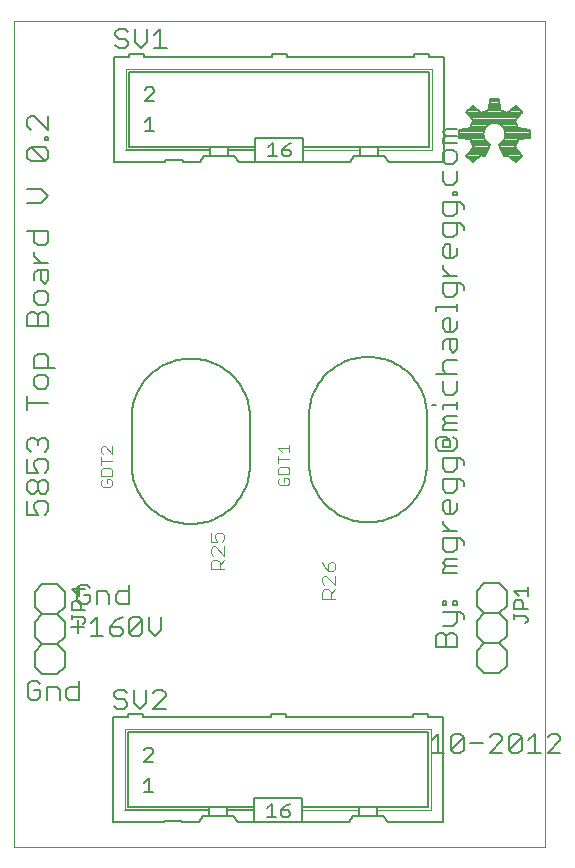
<source format=gto>
G75*
G70*
%OFA0B0*%
%FSLAX24Y24*%
%IPPOS*%
%LPD*%
%AMOC8*
5,1,8,0,0,1.08239X$1,22.5*
%
%ADD10C,0.0000*%
%ADD11C,0.0079*%
%ADD12C,0.0060*%
%ADD13C,0.0050*%
%ADD14C,0.0030*%
%ADD15C,0.0020*%
%ADD16C,0.0070*%
%ADD17C,0.0040*%
D10*
X000100Y000100D02*
X000100Y027659D01*
X017817Y027659D01*
X017817Y000100D01*
X000100Y000100D01*
D11*
X015396Y022949D02*
X015193Y023152D01*
X015435Y023449D01*
X015392Y023528D01*
X015357Y023611D01*
X015332Y023697D01*
X014951Y023736D01*
X014951Y024023D01*
X015332Y024062D01*
X015357Y024148D01*
X015392Y024231D01*
X015435Y024310D01*
X015193Y024607D01*
X015396Y024810D01*
X015693Y024568D01*
X015772Y024611D01*
X015855Y024646D01*
X015941Y024671D01*
X015980Y025052D01*
X016268Y025052D01*
X016306Y024671D01*
X016392Y024646D01*
X016475Y024611D01*
X016554Y024568D01*
X016851Y024810D01*
X017054Y024607D01*
X016812Y024310D01*
X016856Y024231D01*
X016890Y024148D01*
X016915Y024062D01*
X017296Y024023D01*
X017296Y023736D01*
X016915Y023697D01*
X016890Y023611D01*
X016856Y023528D01*
X016812Y023449D01*
X017054Y023152D01*
X016851Y022949D01*
X016554Y023191D01*
X016495Y023158D01*
X016434Y023129D01*
X016265Y023539D01*
X016329Y023573D01*
X016385Y023619D01*
X016431Y023674D01*
X016465Y023738D01*
X016486Y023808D01*
X016493Y023880D01*
X016486Y023952D01*
X016465Y024021D01*
X016431Y024085D01*
X016385Y024141D01*
X016329Y024186D01*
X016265Y024221D01*
X016196Y024242D01*
X016124Y024249D01*
X016052Y024242D01*
X015982Y024221D01*
X015919Y024186D01*
X015863Y024141D01*
X015817Y024085D01*
X015783Y024021D01*
X015762Y023952D01*
X015755Y023880D01*
X015762Y023808D01*
X015783Y023738D01*
X015817Y023674D01*
X015863Y023619D01*
X015919Y023573D01*
X015982Y023539D01*
X015813Y023129D01*
X015752Y023158D01*
X015693Y023191D01*
X015396Y022949D01*
X015382Y022963D02*
X015414Y022963D01*
X015509Y023040D02*
X015305Y023040D01*
X015228Y023118D02*
X015603Y023118D01*
X015354Y023349D02*
X015904Y023349D01*
X015872Y023272D02*
X015291Y023272D01*
X015228Y023195D02*
X015840Y023195D01*
X015936Y023427D02*
X015417Y023427D01*
X015405Y023504D02*
X015968Y023504D01*
X015908Y023581D02*
X015370Y023581D01*
X015344Y023658D02*
X015830Y023658D01*
X015784Y023736D02*
X014952Y023736D01*
X014951Y023813D02*
X015761Y023813D01*
X015756Y023890D02*
X014951Y023890D01*
X014951Y023967D02*
X015766Y023967D01*
X015795Y024045D02*
X015159Y024045D01*
X015350Y024122D02*
X015847Y024122D01*
X015942Y024199D02*
X015378Y024199D01*
X015417Y024276D02*
X016831Y024276D01*
X016848Y024353D02*
X015399Y024353D01*
X015336Y024431D02*
X016911Y024431D01*
X016974Y024508D02*
X015273Y024508D01*
X015210Y024585D02*
X015672Y024585D01*
X015724Y024585D02*
X016523Y024585D01*
X016575Y024585D02*
X017037Y024585D01*
X016999Y024662D02*
X016670Y024662D01*
X016764Y024740D02*
X016921Y024740D01*
X016869Y024199D02*
X016305Y024199D01*
X016400Y024122D02*
X016898Y024122D01*
X017089Y024045D02*
X016452Y024045D01*
X016481Y023967D02*
X017296Y023967D01*
X017296Y023890D02*
X016492Y023890D01*
X016486Y023813D02*
X017296Y023813D01*
X017296Y023736D02*
X016463Y023736D01*
X016417Y023658D02*
X016904Y023658D01*
X016878Y023581D02*
X016339Y023581D01*
X016279Y023504D02*
X016842Y023504D01*
X016831Y023427D02*
X016311Y023427D01*
X016343Y023349D02*
X016894Y023349D01*
X016957Y023272D02*
X016375Y023272D01*
X016407Y023195D02*
X017020Y023195D01*
X017020Y023118D02*
X016644Y023118D01*
X016738Y023040D02*
X016942Y023040D01*
X016865Y022963D02*
X016833Y022963D01*
X016335Y024662D02*
X015912Y024662D01*
X015948Y024740D02*
X016299Y024740D01*
X016291Y024817D02*
X015956Y024817D01*
X015964Y024894D02*
X016284Y024894D01*
X016276Y024971D02*
X015972Y024971D01*
X015979Y025049D02*
X016268Y025049D01*
X015578Y024662D02*
X015249Y024662D01*
X015326Y024740D02*
X015483Y024740D01*
D12*
X014873Y024046D02*
X014523Y024046D01*
X014406Y023929D01*
X014523Y023812D01*
X014873Y023812D01*
X014873Y023579D02*
X014406Y023579D01*
X014406Y023695D01*
X014523Y023812D01*
X014523Y023346D02*
X014406Y023229D01*
X014406Y022996D01*
X014523Y022879D01*
X014756Y022879D01*
X014873Y022996D01*
X014873Y023229D01*
X014756Y023346D01*
X014523Y023346D01*
X014406Y022646D02*
X014406Y022296D01*
X014523Y022179D01*
X014756Y022179D01*
X014873Y022296D01*
X014873Y022646D01*
X014873Y021946D02*
X014756Y021946D01*
X014756Y021829D01*
X014873Y021829D01*
X014873Y021946D01*
X014873Y021596D02*
X014873Y021246D01*
X014756Y021129D01*
X014523Y021129D01*
X014406Y021246D01*
X014406Y021596D01*
X014990Y021596D01*
X015107Y021480D01*
X015107Y021363D01*
X014990Y020897D02*
X014406Y020897D01*
X014406Y020546D01*
X014523Y020430D01*
X014756Y020430D01*
X014873Y020546D01*
X014873Y020897D01*
X014990Y020897D02*
X015107Y020780D01*
X015107Y020663D01*
X014873Y020080D02*
X014873Y019847D01*
X014756Y019730D01*
X014523Y019730D01*
X014406Y019847D01*
X014406Y020080D01*
X014523Y020197D01*
X014640Y020197D01*
X014640Y019730D01*
X014406Y019497D02*
X014406Y019380D01*
X014640Y019147D01*
X014873Y019147D02*
X014406Y019147D01*
X014406Y018914D02*
X014406Y018564D01*
X014523Y018447D01*
X014756Y018447D01*
X014873Y018564D01*
X014873Y018914D01*
X014990Y018914D02*
X015107Y018797D01*
X015107Y018680D01*
X014990Y018914D02*
X014406Y018914D01*
X014873Y018214D02*
X014873Y017980D01*
X014873Y018097D02*
X014173Y018097D01*
X014173Y017980D01*
X014406Y017631D02*
X014406Y017397D01*
X014523Y017280D01*
X014756Y017280D01*
X014873Y017397D01*
X014873Y017631D01*
X014640Y017748D02*
X014640Y017280D01*
X014640Y017048D02*
X014640Y016697D01*
X014756Y016581D01*
X014873Y016697D01*
X014873Y017048D01*
X014523Y017048D01*
X014406Y016931D01*
X014406Y016697D01*
X014523Y016348D02*
X014873Y016348D01*
X014873Y015881D02*
X014173Y015881D01*
X014406Y015998D02*
X014406Y016231D01*
X014523Y016348D01*
X014406Y015998D02*
X014523Y015881D01*
X014406Y015648D02*
X014406Y015298D01*
X014523Y015181D01*
X014756Y015181D01*
X014873Y015298D01*
X014873Y015648D01*
X014873Y014948D02*
X014873Y014715D01*
X014873Y014831D02*
X014406Y014831D01*
X014406Y014715D01*
X014523Y014482D02*
X014873Y014482D01*
X014873Y014248D02*
X014523Y014248D01*
X014406Y014365D01*
X014523Y014482D01*
X014523Y014248D02*
X014406Y014132D01*
X014406Y014015D01*
X014873Y014015D01*
X014756Y013782D02*
X014873Y013665D01*
X014873Y013432D01*
X014756Y013315D01*
X014289Y013315D01*
X014173Y013432D01*
X014173Y013665D01*
X014289Y013782D01*
X014523Y013782D01*
X014640Y013665D01*
X014406Y013665D01*
X014406Y013432D01*
X014640Y013432D01*
X014640Y013665D01*
X014873Y013082D02*
X014873Y012732D01*
X014756Y012615D01*
X014523Y012615D01*
X014406Y012732D01*
X014406Y013082D01*
X014990Y013082D01*
X015107Y012965D01*
X015107Y012849D01*
X014990Y012382D02*
X014406Y012382D01*
X014406Y012032D01*
X014523Y011915D01*
X014756Y011915D01*
X014873Y012032D01*
X014873Y012382D01*
X014990Y012382D02*
X015107Y012266D01*
X015107Y012149D01*
X014873Y011566D02*
X014873Y011332D01*
X014756Y011216D01*
X014523Y011216D01*
X014406Y011332D01*
X014406Y011566D01*
X014523Y011683D01*
X014640Y011683D01*
X014640Y011216D01*
X014406Y010983D02*
X014406Y010866D01*
X014640Y010632D01*
X014873Y010632D02*
X014406Y010632D01*
X014406Y010400D02*
X014406Y010049D01*
X014523Y009933D01*
X014756Y009933D01*
X014873Y010049D01*
X014873Y010400D01*
X014990Y010400D02*
X014406Y010400D01*
X014990Y010400D02*
X015107Y010283D01*
X015107Y010166D01*
X014873Y009700D02*
X014523Y009700D01*
X014406Y009583D01*
X014523Y009466D01*
X014873Y009466D01*
X014873Y009233D02*
X014406Y009233D01*
X014406Y009350D01*
X014523Y009466D01*
X014523Y008300D02*
X014523Y008183D01*
X014406Y008183D01*
X014406Y008300D01*
X014523Y008300D01*
X014756Y008300D02*
X014873Y008300D01*
X014873Y008183D01*
X014756Y008183D01*
X014756Y008300D01*
X014873Y007950D02*
X014873Y007600D01*
X014756Y007483D01*
X014406Y007483D01*
X014406Y007251D02*
X014523Y007134D01*
X014523Y006784D01*
X014523Y007134D02*
X014640Y007251D01*
X014756Y007251D01*
X014873Y007134D01*
X014873Y006784D01*
X014173Y006784D01*
X014173Y007134D01*
X014289Y007251D01*
X014406Y007251D01*
X014406Y007950D02*
X014990Y007950D01*
X015107Y007834D01*
X015107Y007717D01*
X015533Y007649D02*
X015533Y007149D01*
X015783Y006899D01*
X015533Y006649D01*
X015533Y006149D01*
X015783Y005899D01*
X016283Y005899D01*
X016533Y006149D01*
X016533Y006649D01*
X016283Y006899D01*
X015783Y006899D01*
X016283Y006899D02*
X016533Y007149D01*
X016533Y007649D01*
X016283Y007899D01*
X015783Y007899D01*
X015533Y007649D01*
X015783Y007899D02*
X015533Y008149D01*
X015533Y008649D01*
X015783Y008899D01*
X016283Y008899D01*
X016533Y008649D01*
X016533Y008149D01*
X016283Y007899D01*
X016282Y003881D02*
X016068Y003881D01*
X015961Y003774D01*
X015744Y003561D02*
X015317Y003561D01*
X015099Y003774D02*
X015099Y003347D01*
X014992Y003240D01*
X014779Y003240D01*
X014672Y003347D01*
X015099Y003774D01*
X014992Y003881D01*
X014779Y003881D01*
X014672Y003774D01*
X014672Y003347D01*
X014455Y003240D02*
X014028Y003240D01*
X014241Y003240D02*
X014241Y003881D01*
X014028Y003667D01*
X015961Y003240D02*
X016388Y003667D01*
X016388Y003774D01*
X016282Y003881D01*
X016606Y003774D02*
X016606Y003347D01*
X017033Y003774D01*
X017033Y003347D01*
X016926Y003240D01*
X016713Y003240D01*
X016606Y003347D01*
X016388Y003240D02*
X015961Y003240D01*
X016606Y003774D02*
X016713Y003881D01*
X016926Y003881D01*
X017033Y003774D01*
X017250Y003667D02*
X017464Y003881D01*
X017464Y003240D01*
X017677Y003240D02*
X017250Y003240D01*
X017895Y003240D02*
X018322Y003667D01*
X018322Y003774D01*
X018215Y003881D01*
X018002Y003881D01*
X017895Y003774D01*
X017895Y003240D02*
X018322Y003240D01*
X014173Y014831D02*
X014056Y014831D01*
X014406Y017631D02*
X014523Y017748D01*
X014640Y017748D01*
X005025Y007778D02*
X005025Y007351D01*
X004811Y007138D01*
X004598Y007351D01*
X004598Y007778D01*
X004380Y007672D02*
X003953Y007245D01*
X004060Y007138D01*
X004274Y007138D01*
X004380Y007245D01*
X004380Y007672D01*
X004274Y007778D01*
X004060Y007778D01*
X003953Y007672D01*
X003953Y007245D01*
X003736Y007245D02*
X003629Y007138D01*
X003416Y007138D01*
X003309Y007245D01*
X003309Y007458D01*
X003629Y007458D01*
X003736Y007351D01*
X003736Y007245D01*
X003522Y007672D02*
X003309Y007458D01*
X003522Y007672D02*
X003736Y007778D01*
X003612Y008201D02*
X003506Y008308D01*
X003506Y008521D01*
X003612Y008628D01*
X003933Y008628D01*
X003933Y008841D02*
X003933Y008201D01*
X003612Y008201D01*
X003288Y008201D02*
X003288Y008521D01*
X003181Y008628D01*
X002861Y008628D01*
X002861Y008201D01*
X002644Y008308D02*
X002644Y008521D01*
X002430Y008521D01*
X002217Y008308D02*
X002323Y008201D01*
X002537Y008201D01*
X002644Y008308D01*
X002878Y007778D02*
X002878Y007138D01*
X003091Y007138D02*
X002664Y007138D01*
X002447Y007458D02*
X002020Y007458D01*
X002233Y007672D02*
X002233Y007245D01*
X002664Y007565D02*
X002878Y007778D01*
X002217Y008308D02*
X002217Y008735D01*
X002323Y008841D01*
X002537Y008841D01*
X002644Y008735D01*
X001797Y008626D02*
X001797Y008126D01*
X001547Y007876D01*
X001797Y007626D01*
X001797Y007126D01*
X001547Y006876D01*
X001797Y006626D01*
X001797Y006126D01*
X001547Y005876D01*
X001047Y005876D01*
X000797Y006126D01*
X000797Y006626D01*
X001047Y006876D01*
X000797Y007126D01*
X000797Y007626D01*
X001047Y007876D01*
X000797Y008126D01*
X000797Y008626D01*
X001047Y008876D01*
X001547Y008876D01*
X001797Y008626D01*
X001547Y007876D02*
X001047Y007876D01*
X001047Y006876D02*
X001547Y006876D01*
X000883Y005652D02*
X000670Y005652D01*
X000563Y005546D01*
X000563Y005119D01*
X000670Y005012D01*
X000883Y005012D01*
X000990Y005119D01*
X000990Y005332D01*
X000777Y005332D01*
X000990Y005546D02*
X000883Y005652D01*
X001208Y005439D02*
X001208Y005012D01*
X001208Y005439D02*
X001528Y005439D01*
X001635Y005332D01*
X001635Y005012D01*
X001852Y005119D02*
X001852Y005332D01*
X001959Y005439D01*
X002279Y005439D01*
X002279Y005652D02*
X002279Y005012D01*
X001959Y005012D01*
X001852Y005119D01*
X001134Y011193D02*
X001251Y011310D01*
X001251Y011543D01*
X001134Y011660D01*
X000901Y011660D01*
X000784Y011543D01*
X000784Y011427D01*
X000901Y011193D01*
X000551Y011193D01*
X000551Y011660D01*
X000667Y011893D02*
X000784Y011893D01*
X000901Y012010D01*
X000901Y012243D01*
X001018Y012360D01*
X001134Y012360D01*
X001251Y012243D01*
X001251Y012010D01*
X001134Y011893D01*
X001018Y011893D01*
X000901Y012010D01*
X000901Y012243D02*
X000784Y012360D01*
X000667Y012360D01*
X000551Y012243D01*
X000551Y012010D01*
X000667Y011893D01*
X000551Y012593D02*
X000901Y012593D01*
X000784Y012826D01*
X000784Y012943D01*
X000901Y013060D01*
X001134Y013060D01*
X001251Y012943D01*
X001251Y012709D01*
X001134Y012593D01*
X001134Y013292D02*
X001251Y013409D01*
X001251Y013643D01*
X001134Y013759D01*
X001018Y013759D01*
X000901Y013643D01*
X000901Y013526D01*
X000901Y013643D02*
X000784Y013759D01*
X000667Y013759D01*
X000551Y013643D01*
X000551Y013409D01*
X000667Y013292D01*
X000551Y013060D02*
X000551Y012593D01*
X000551Y014692D02*
X000551Y015159D01*
X000551Y014926D02*
X001251Y014926D01*
X001134Y015392D02*
X000901Y015392D01*
X000784Y015509D01*
X000784Y015742D01*
X000901Y015859D01*
X001134Y015859D01*
X001251Y015742D01*
X001251Y015509D01*
X001134Y015392D01*
X001251Y016092D02*
X001251Y016442D01*
X001134Y016559D01*
X000901Y016559D01*
X000784Y016442D01*
X000784Y016092D01*
X001485Y016092D01*
X001251Y017491D02*
X000551Y017491D01*
X000551Y017841D01*
X000667Y017958D01*
X000784Y017958D01*
X000901Y017841D01*
X000901Y017491D01*
X001251Y017491D02*
X001251Y017841D01*
X001134Y017958D01*
X001018Y017958D01*
X000901Y017841D01*
X000901Y018191D02*
X000784Y018308D01*
X000784Y018541D01*
X000901Y018658D01*
X001134Y018658D01*
X001251Y018541D01*
X001251Y018308D01*
X001134Y018191D01*
X000901Y018191D01*
X001134Y018891D02*
X001018Y019008D01*
X001018Y019358D01*
X000901Y019358D02*
X001251Y019358D01*
X001251Y019008D01*
X001134Y018891D01*
X000784Y019241D02*
X000901Y019358D01*
X000784Y019241D02*
X000784Y019008D01*
X000784Y019591D02*
X001251Y019591D01*
X001018Y019591D02*
X000784Y019824D01*
X000784Y019941D01*
X000901Y020174D02*
X000784Y020290D01*
X000784Y020641D01*
X000551Y020641D02*
X001251Y020641D01*
X001251Y020290D01*
X001134Y020174D01*
X000901Y020174D01*
X001018Y021573D02*
X000551Y021573D01*
X001018Y021573D02*
X001251Y021807D01*
X001018Y022040D01*
X000551Y022040D01*
X000667Y022973D02*
X000551Y023090D01*
X000551Y023323D01*
X000667Y023440D01*
X001134Y022973D01*
X001251Y023090D01*
X001251Y023323D01*
X001134Y023440D01*
X000667Y023440D01*
X000667Y022973D02*
X001134Y022973D01*
X001134Y023673D02*
X001134Y023789D01*
X001251Y023789D01*
X001251Y023673D01*
X001134Y023673D01*
X001251Y024023D02*
X000784Y024490D01*
X000667Y024490D01*
X000551Y024373D01*
X000551Y024139D01*
X000667Y024023D01*
X001251Y024023D02*
X001251Y024490D01*
D13*
X003458Y022956D02*
X005158Y022956D01*
X005158Y023006D01*
X005758Y023006D01*
X005758Y022956D01*
X006308Y022956D01*
X006458Y023156D01*
X006658Y023156D01*
X007258Y023156D01*
X007458Y023156D01*
X007608Y022956D01*
X008158Y022956D01*
X008158Y023356D01*
X007258Y023356D01*
X007258Y023456D01*
X006658Y023456D01*
X003958Y023456D01*
X003958Y025956D01*
X013958Y025956D01*
X013958Y023456D01*
X012258Y023456D01*
X011658Y023456D01*
X009758Y023456D01*
X009758Y023356D01*
X009758Y022956D01*
X008158Y022956D01*
X008158Y023356D02*
X008158Y023456D01*
X007258Y023456D01*
X007258Y023356D02*
X007258Y023156D01*
X006658Y023156D02*
X006658Y023356D01*
X006658Y023456D01*
X006658Y023356D02*
X003858Y023356D01*
X003458Y022956D02*
X003458Y026456D01*
X003958Y026456D01*
X003958Y026556D01*
X004458Y026556D01*
X004458Y026456D01*
X008708Y026456D01*
X008708Y026556D01*
X009208Y026556D01*
X009208Y026456D01*
X013458Y026456D01*
X013458Y026556D01*
X013958Y026556D01*
X013958Y026456D01*
X014458Y026456D01*
X014458Y022956D01*
X012608Y022956D01*
X012458Y023156D01*
X012258Y023156D01*
X011658Y023156D01*
X011458Y023156D01*
X011308Y022956D01*
X009758Y022956D01*
X009758Y023456D02*
X009758Y023756D01*
X008158Y023756D01*
X008158Y023456D01*
X008583Y023432D02*
X008733Y023582D01*
X008733Y023131D01*
X008583Y023131D02*
X008884Y023131D01*
X009044Y023206D02*
X009044Y023356D01*
X009269Y023356D01*
X009344Y023281D01*
X009344Y023206D01*
X009269Y023131D01*
X009119Y023131D01*
X009044Y023206D01*
X009044Y023356D02*
X009194Y023507D01*
X009344Y023582D01*
X011658Y023456D02*
X011658Y023356D01*
X011658Y023156D01*
X012258Y023156D02*
X012258Y023356D01*
X012258Y023456D01*
X011911Y016443D02*
X011817Y016441D01*
X011724Y016434D01*
X011631Y016423D01*
X011538Y016407D01*
X011447Y016387D01*
X011356Y016363D01*
X011267Y016335D01*
X011179Y016302D01*
X011093Y016265D01*
X011009Y016224D01*
X010927Y016179D01*
X010846Y016130D01*
X010769Y016078D01*
X010694Y016022D01*
X010622Y015962D01*
X010552Y015899D01*
X010486Y015833D01*
X010423Y015763D01*
X010363Y015691D01*
X010307Y015616D01*
X010255Y015539D01*
X010206Y015459D01*
X010161Y015376D01*
X010120Y015292D01*
X010083Y015206D01*
X010050Y015118D01*
X010022Y015029D01*
X009998Y014938D01*
X009978Y014847D01*
X009962Y014754D01*
X009951Y014661D01*
X009944Y014568D01*
X009942Y014474D01*
X009943Y014474D02*
X009943Y012899D01*
X009942Y012899D02*
X009944Y012805D01*
X009951Y012712D01*
X009962Y012619D01*
X009978Y012526D01*
X009998Y012435D01*
X010022Y012344D01*
X010050Y012255D01*
X010083Y012167D01*
X010120Y012081D01*
X010161Y011997D01*
X010206Y011915D01*
X010255Y011834D01*
X010307Y011757D01*
X010363Y011682D01*
X010423Y011610D01*
X010486Y011540D01*
X010552Y011474D01*
X010622Y011411D01*
X010694Y011351D01*
X010769Y011295D01*
X010846Y011243D01*
X010926Y011194D01*
X011009Y011149D01*
X011093Y011108D01*
X011179Y011071D01*
X011267Y011038D01*
X011356Y011010D01*
X011447Y010986D01*
X011538Y010966D01*
X011631Y010950D01*
X011724Y010939D01*
X011817Y010932D01*
X011911Y010930D01*
X012005Y010932D01*
X012098Y010939D01*
X012191Y010950D01*
X012284Y010966D01*
X012375Y010986D01*
X012466Y011010D01*
X012555Y011038D01*
X012643Y011071D01*
X012729Y011108D01*
X012813Y011149D01*
X012896Y011194D01*
X012976Y011243D01*
X013053Y011295D01*
X013128Y011351D01*
X013200Y011411D01*
X013270Y011474D01*
X013336Y011540D01*
X013399Y011610D01*
X013459Y011682D01*
X013515Y011757D01*
X013567Y011834D01*
X013616Y011915D01*
X013661Y011997D01*
X013702Y012081D01*
X013739Y012167D01*
X013772Y012255D01*
X013800Y012344D01*
X013824Y012435D01*
X013844Y012526D01*
X013860Y012619D01*
X013871Y012712D01*
X013878Y012805D01*
X013880Y012899D01*
X013880Y014474D01*
X013878Y014568D01*
X013871Y014661D01*
X013860Y014754D01*
X013844Y014847D01*
X013824Y014938D01*
X013800Y015029D01*
X013772Y015118D01*
X013739Y015206D01*
X013702Y015292D01*
X013661Y015376D01*
X013616Y015459D01*
X013567Y015539D01*
X013515Y015616D01*
X013459Y015691D01*
X013399Y015763D01*
X013336Y015833D01*
X013270Y015899D01*
X013200Y015962D01*
X013128Y016022D01*
X013053Y016078D01*
X012976Y016130D01*
X012896Y016179D01*
X012813Y016224D01*
X012729Y016265D01*
X012643Y016302D01*
X012555Y016335D01*
X012466Y016363D01*
X012375Y016387D01*
X012284Y016407D01*
X012191Y016423D01*
X012098Y016434D01*
X012005Y016441D01*
X011911Y016443D01*
X007974Y014423D02*
X007974Y012848D01*
X006006Y010879D02*
X005912Y010881D01*
X005819Y010888D01*
X005726Y010899D01*
X005633Y010915D01*
X005542Y010935D01*
X005451Y010959D01*
X005362Y010987D01*
X005274Y011020D01*
X005188Y011057D01*
X005104Y011098D01*
X005021Y011143D01*
X004941Y011192D01*
X004864Y011244D01*
X004789Y011300D01*
X004717Y011360D01*
X004647Y011423D01*
X004581Y011489D01*
X004518Y011559D01*
X004458Y011631D01*
X004402Y011706D01*
X004350Y011783D01*
X004301Y011864D01*
X004256Y011946D01*
X004215Y012030D01*
X004178Y012116D01*
X004145Y012204D01*
X004117Y012293D01*
X004093Y012384D01*
X004073Y012475D01*
X004057Y012568D01*
X004046Y012661D01*
X004039Y012754D01*
X004037Y012848D01*
X004037Y014423D01*
X004039Y014517D01*
X004046Y014610D01*
X004057Y014703D01*
X004073Y014796D01*
X004093Y014887D01*
X004117Y014978D01*
X004145Y015067D01*
X004178Y015155D01*
X004215Y015241D01*
X004256Y015325D01*
X004301Y015408D01*
X004350Y015488D01*
X004402Y015565D01*
X004458Y015640D01*
X004518Y015712D01*
X004581Y015782D01*
X004647Y015848D01*
X004717Y015911D01*
X004789Y015971D01*
X004864Y016027D01*
X004941Y016079D01*
X005022Y016128D01*
X005104Y016173D01*
X005188Y016214D01*
X005274Y016251D01*
X005362Y016284D01*
X005451Y016312D01*
X005542Y016336D01*
X005633Y016356D01*
X005726Y016372D01*
X005819Y016383D01*
X005912Y016390D01*
X006006Y016392D01*
X006100Y016390D01*
X006193Y016383D01*
X006286Y016372D01*
X006379Y016356D01*
X006470Y016336D01*
X006561Y016312D01*
X006650Y016284D01*
X006738Y016251D01*
X006824Y016214D01*
X006908Y016173D01*
X006990Y016128D01*
X007071Y016079D01*
X007148Y016027D01*
X007223Y015971D01*
X007295Y015911D01*
X007365Y015848D01*
X007431Y015782D01*
X007494Y015712D01*
X007554Y015640D01*
X007610Y015565D01*
X007662Y015488D01*
X007711Y015408D01*
X007756Y015325D01*
X007797Y015241D01*
X007834Y015155D01*
X007867Y015067D01*
X007895Y014978D01*
X007919Y014887D01*
X007939Y014796D01*
X007955Y014703D01*
X007966Y014610D01*
X007973Y014517D01*
X007975Y014423D01*
X007975Y012848D02*
X007973Y012754D01*
X007966Y012661D01*
X007955Y012568D01*
X007939Y012475D01*
X007919Y012384D01*
X007895Y012293D01*
X007867Y012204D01*
X007834Y012116D01*
X007797Y012030D01*
X007756Y011946D01*
X007711Y011864D01*
X007662Y011783D01*
X007610Y011706D01*
X007554Y011631D01*
X007494Y011559D01*
X007431Y011489D01*
X007365Y011423D01*
X007295Y011360D01*
X007223Y011300D01*
X007148Y011244D01*
X007071Y011192D01*
X006991Y011143D01*
X006908Y011098D01*
X006824Y011057D01*
X006738Y011020D01*
X006650Y010987D01*
X006561Y010959D01*
X006470Y010935D01*
X006379Y010915D01*
X006286Y010899D01*
X006193Y010888D01*
X006100Y010881D01*
X006006Y010879D01*
X002492Y008695D02*
X002041Y008695D01*
X002267Y008470D01*
X002267Y008770D01*
X002267Y008310D02*
X002117Y008310D01*
X002041Y008235D01*
X002041Y008010D01*
X002492Y008010D01*
X002342Y008010D02*
X002342Y008235D01*
X002267Y008310D01*
X002041Y007850D02*
X002041Y007700D01*
X002041Y007775D02*
X002417Y007775D01*
X002492Y007700D01*
X002492Y007624D01*
X002417Y007549D01*
X003919Y004529D02*
X003919Y004429D01*
X003419Y004429D01*
X003419Y000929D01*
X005119Y000929D01*
X005119Y000979D01*
X005719Y000979D01*
X005719Y000929D01*
X006269Y000929D01*
X006419Y001129D01*
X006619Y001129D01*
X007219Y001129D01*
X007419Y001129D01*
X007569Y000929D01*
X008119Y000929D01*
X008119Y001329D01*
X007219Y001329D01*
X007219Y001429D01*
X006619Y001429D01*
X003919Y001429D01*
X003919Y003929D01*
X013919Y003929D01*
X013919Y001429D01*
X012219Y001429D01*
X011619Y001429D01*
X009719Y001429D01*
X009719Y001329D01*
X009719Y000929D01*
X008119Y000929D01*
X008119Y001329D02*
X008119Y001429D01*
X007219Y001429D01*
X007219Y001329D02*
X007219Y001129D01*
X006619Y001129D02*
X006619Y001329D01*
X006619Y001429D01*
X006619Y001329D02*
X003819Y001329D01*
X004444Y001954D02*
X004744Y001954D01*
X004594Y001954D02*
X004594Y002404D01*
X004444Y002254D01*
X004444Y002954D02*
X004744Y003254D01*
X004744Y003329D01*
X004669Y003404D01*
X004519Y003404D01*
X004444Y003329D01*
X004444Y002954D02*
X004744Y002954D01*
X004419Y004429D02*
X008669Y004429D01*
X008669Y004529D01*
X009169Y004529D01*
X009169Y004429D01*
X013419Y004429D01*
X013419Y004529D01*
X013919Y004529D01*
X013919Y004429D01*
X014419Y004429D01*
X014419Y000929D01*
X012569Y000929D01*
X012419Y001129D01*
X012219Y001129D01*
X011619Y001129D01*
X011419Y001129D01*
X011269Y000929D01*
X009719Y000929D01*
X009719Y001429D02*
X009719Y001729D01*
X008119Y001729D01*
X008119Y001429D01*
X008544Y001404D02*
X008694Y001554D01*
X008694Y001104D01*
X008544Y001104D02*
X008844Y001104D01*
X009004Y001179D02*
X009079Y001104D01*
X009229Y001104D01*
X009305Y001179D01*
X009305Y001254D01*
X009229Y001329D01*
X009004Y001329D01*
X009004Y001179D01*
X009004Y001329D02*
X009154Y001479D01*
X009305Y001554D01*
X011619Y001429D02*
X011619Y001329D01*
X011619Y001129D01*
X012219Y001129D02*
X012219Y001329D01*
X012219Y001429D01*
X016778Y007723D02*
X016778Y007873D01*
X016778Y007798D02*
X017153Y007798D01*
X017228Y007723D01*
X017228Y007648D01*
X017153Y007573D01*
X017078Y008033D02*
X017078Y008259D01*
X017003Y008334D01*
X016853Y008334D01*
X016778Y008259D01*
X016778Y008033D01*
X017228Y008033D01*
X017228Y008494D02*
X017228Y008794D01*
X017228Y008644D02*
X016778Y008644D01*
X016928Y008494D01*
X004784Y023981D02*
X004483Y023981D01*
X004633Y023981D02*
X004633Y024432D01*
X004483Y024282D01*
X004483Y024981D02*
X004784Y025282D01*
X004784Y025357D01*
X004708Y025432D01*
X004558Y025432D01*
X004483Y025357D01*
X004483Y024981D02*
X004784Y024981D01*
X004419Y004529D02*
X003919Y004529D01*
X004419Y004529D02*
X004419Y004429D01*
D14*
X003322Y012119D02*
X003076Y012119D01*
X003014Y012181D01*
X003014Y012304D01*
X003076Y012366D01*
X003199Y012366D02*
X003199Y012242D01*
X003199Y012366D02*
X003322Y012366D01*
X003384Y012304D01*
X003384Y012181D01*
X003322Y012119D01*
X003384Y012487D02*
X003384Y012672D01*
X003322Y012734D01*
X003076Y012734D01*
X003014Y012672D01*
X003014Y012487D01*
X003384Y012487D01*
X003384Y012979D02*
X003014Y012979D01*
X003014Y012856D02*
X003014Y013102D01*
X003076Y013224D02*
X003014Y013286D01*
X003014Y013409D01*
X003076Y013471D01*
X003137Y013471D01*
X003384Y013224D01*
X003384Y013471D01*
X008919Y013399D02*
X009290Y013399D01*
X009290Y013522D02*
X009290Y013275D01*
X009290Y013030D02*
X008919Y013030D01*
X008919Y012907D02*
X008919Y013154D01*
X009043Y013275D02*
X008919Y013399D01*
X008981Y012785D02*
X008919Y012724D01*
X008919Y012538D01*
X009290Y012538D01*
X009290Y012724D01*
X009228Y012785D01*
X008981Y012785D01*
X008981Y012417D02*
X008919Y012355D01*
X008919Y012232D01*
X008981Y012170D01*
X009228Y012170D01*
X009290Y012232D01*
X009290Y012355D01*
X009228Y012417D01*
X009105Y012417D01*
X009105Y012294D01*
D15*
X014019Y004029D02*
X003819Y004029D01*
X003819Y001329D01*
X009719Y001329D02*
X011619Y001329D01*
X012219Y001329D02*
X014019Y001329D01*
X014019Y004029D01*
X014058Y023356D02*
X012258Y023356D01*
X011658Y023356D02*
X009758Y023356D01*
X014058Y023356D02*
X014058Y026056D01*
X003858Y026056D01*
X003858Y023356D01*
D16*
X003809Y026741D02*
X003598Y026741D01*
X003493Y026846D01*
X003598Y027057D02*
X003809Y027057D01*
X003914Y026951D01*
X003914Y026846D01*
X003809Y026741D01*
X004138Y026951D02*
X004348Y026741D01*
X004558Y026951D01*
X004558Y027372D01*
X004782Y027162D02*
X004993Y027372D01*
X004993Y026741D01*
X005203Y026741D02*
X004782Y026741D01*
X004138Y026951D02*
X004138Y027372D01*
X003914Y027267D02*
X003809Y027372D01*
X003598Y027372D01*
X003493Y027267D01*
X003493Y027162D01*
X003598Y027057D01*
X003559Y005344D02*
X003454Y005239D01*
X003454Y005134D01*
X003559Y005029D01*
X003769Y005029D01*
X003874Y004924D01*
X003874Y004819D01*
X003769Y004714D01*
X003559Y004714D01*
X003454Y004819D01*
X003559Y005344D02*
X003769Y005344D01*
X003874Y005239D01*
X004098Y005344D02*
X004098Y004924D01*
X004309Y004714D01*
X004519Y004924D01*
X004519Y005344D01*
X004743Y005239D02*
X004848Y005344D01*
X005058Y005344D01*
X005163Y005239D01*
X005163Y005134D01*
X004743Y004714D01*
X005163Y004714D01*
D17*
X006661Y009366D02*
X006661Y009596D01*
X006737Y009673D01*
X006891Y009673D01*
X006967Y009596D01*
X006967Y009366D01*
X006967Y009519D02*
X007121Y009673D01*
X007121Y009826D02*
X006814Y010133D01*
X006737Y010133D01*
X006661Y010056D01*
X006661Y009903D01*
X006737Y009826D01*
X007121Y009826D02*
X007121Y010133D01*
X007044Y010286D02*
X007121Y010363D01*
X007121Y010517D01*
X007044Y010593D01*
X006891Y010593D01*
X006814Y010517D01*
X006814Y010440D01*
X006891Y010286D01*
X006661Y010286D01*
X006661Y010593D01*
X006661Y009366D02*
X007121Y009366D01*
X010362Y009619D02*
X010439Y009465D01*
X010592Y009312D01*
X010592Y009542D01*
X010669Y009619D01*
X010746Y009619D01*
X010823Y009542D01*
X010823Y009388D01*
X010746Y009312D01*
X010592Y009312D01*
X010516Y009158D02*
X010439Y009158D01*
X010362Y009081D01*
X010362Y008928D01*
X010439Y008851D01*
X010439Y008698D02*
X010592Y008698D01*
X010669Y008621D01*
X010669Y008391D01*
X010669Y008544D02*
X010823Y008698D01*
X010823Y008851D02*
X010516Y009158D01*
X010439Y008698D02*
X010362Y008621D01*
X010362Y008391D01*
X010823Y008391D01*
X010823Y008851D02*
X010823Y009158D01*
M02*

</source>
